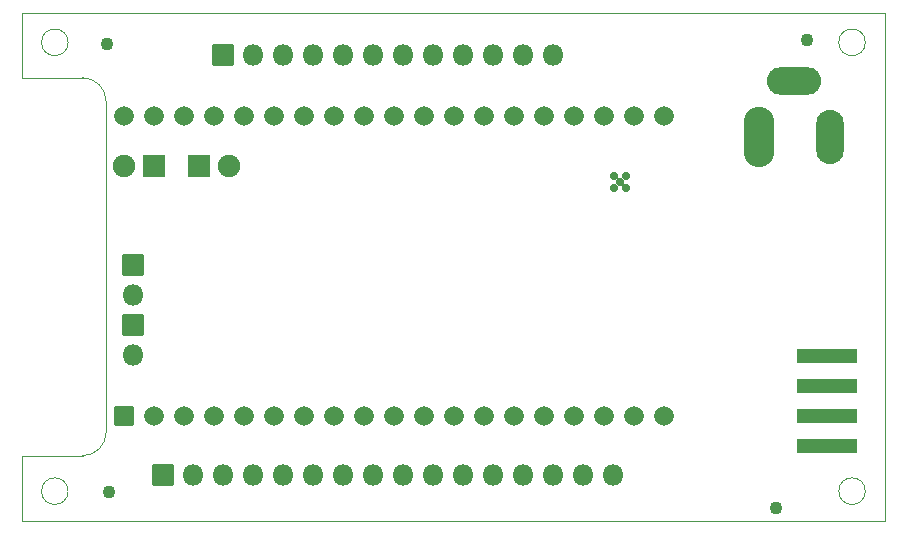
<source format=gbr>
G04 #@! TF.GenerationSoftware,KiCad,Pcbnew,5.99.0-unknown-308ab8caf~106~ubuntu18.04.1*
G04 #@! TF.CreationDate,2020-12-14T20:09:44-08:00*
G04 #@! TF.ProjectId,signal-board,7369676e-616c-42d6-926f-6172642e6b69,rev?*
G04 #@! TF.SameCoordinates,Original*
G04 #@! TF.FileFunction,Soldermask,Top*
G04 #@! TF.FilePolarity,Negative*
%FSLAX46Y46*%
G04 Gerber Fmt 4.6, Leading zero omitted, Abs format (unit mm)*
G04 Created by KiCad (PCBNEW 5.99.0-unknown-308ab8caf~106~ubuntu18.04.1) date 2020-12-14 20:09:44*
%MOMM*%
%LPD*%
G01*
G04 APERTURE LIST*
G04 Aperture macros list*
%AMRoundRect*
0 Rectangle with rounded corners*
0 $1 Rounding radius*
0 $2 $3 $4 $5 $6 $7 $8 $9 X,Y pos of 4 corners*
0 Add a 4 corners polygon primitive as box body*
4,1,4,$2,$3,$4,$5,$6,$7,$8,$9,$2,$3,0*
0 Add four circle primitives for the rounded corners*
1,1,$1+$1,$2,$3,0*
1,1,$1+$1,$4,$5,0*
1,1,$1+$1,$6,$7,0*
1,1,$1+$1,$8,$9,0*
0 Add four rect primitives between the rounded corners*
20,1,$1+$1,$2,$3,$4,$5,0*
20,1,$1+$1,$4,$5,$6,$7,0*
20,1,$1+$1,$6,$7,$8,$9,0*
20,1,$1+$1,$8,$9,$2,$3,0*%
G04 Aperture macros list end*
G04 #@! TA.AperFunction,Profile*
%ADD10C,0.100000*%
G04 #@! TD*
G04 #@! TA.AperFunction,Profile*
%ADD11C,0.120000*%
G04 #@! TD*
%ADD12RoundRect,0.050800X0.850000X-0.850000X0.850000X0.850000X-0.850000X0.850000X-0.850000X-0.850000X0*%
%ADD13O,1.801600X1.801600*%
%ADD14O,2.601600X5.101600*%
%ADD15O,2.351600X4.601600*%
%ADD16O,4.601600X2.351600*%
%ADD17C,1.101600*%
%ADD18RoundRect,0.050800X-2.500000X-0.500000X2.500000X-0.500000X2.500000X0.500000X-2.500000X0.500000X0*%
%ADD19RoundRect,0.050800X0.780000X-0.780000X0.780000X0.780000X-0.780000X0.780000X-0.780000X-0.780000X0*%
%ADD20C,1.661600*%
%ADD21RoundRect,0.050800X-0.900000X-0.900000X0.900000X-0.900000X0.900000X0.900000X-0.900000X0.900000X0*%
%ADD22C,1.901600*%
%ADD23RoundRect,0.050800X0.900000X0.900000X-0.900000X0.900000X-0.900000X-0.900000X0.900000X-0.900000X0*%
%ADD24RoundRect,0.050800X0.850000X0.850000X-0.850000X0.850000X-0.850000X-0.850000X0.850000X-0.850000X0*%
%ADD25C,0.701600*%
G04 APERTURE END LIST*
D10*
X170300000Y-141000000D02*
X170300000Y-98000000D01*
X170300000Y-141000000D02*
X97300000Y-141000000D01*
X97300000Y-135500000D02*
X97300000Y-141000000D01*
X104400000Y-133500000D02*
G75*
G02*
X102400000Y-135500000I-2000000J0D01*
G01*
X104400000Y-133500000D02*
X104400000Y-105500000D01*
X97300000Y-98000000D02*
X97300000Y-103500000D01*
D11*
X101175000Y-138500000D02*
G75*
G03*
X101175000Y-138500000I-1125000J0D01*
G01*
D10*
X102400000Y-103500000D02*
G75*
G02*
X104400000Y-105500000I0J-2000000D01*
G01*
D11*
X101175000Y-100500000D02*
G75*
G03*
X101175000Y-100500000I-1125000J0D01*
G01*
X97300000Y-98000000D02*
X170300000Y-98000000D01*
X168675000Y-138500000D02*
G75*
G03*
X168675000Y-138500000I-1125000J0D01*
G01*
D10*
X102400000Y-135500000D02*
X97300000Y-135500000D01*
D11*
X168675000Y-100500000D02*
G75*
G03*
X168675000Y-100500000I-1125000J0D01*
G01*
D10*
X102400000Y-103500000D02*
X97300000Y-103500000D01*
X170300000Y-141000000D02*
X170300000Y-98000000D01*
X170300000Y-141000000D02*
X97300000Y-141000000D01*
X97300000Y-135500000D02*
X97300000Y-141000000D01*
X104400000Y-133500000D02*
G75*
G02*
X102400000Y-135500000I-2000000J0D01*
G01*
X104400000Y-133500000D02*
X104400000Y-105500000D01*
X97300000Y-98000000D02*
X97300000Y-103500000D01*
D11*
X101175000Y-138500000D02*
G75*
G03*
X101175000Y-138500000I-1125000J0D01*
G01*
D10*
X102400000Y-103500000D02*
G75*
G02*
X104400000Y-105500000I0J-2000000D01*
G01*
D11*
X101175000Y-100500000D02*
G75*
G03*
X101175000Y-100500000I-1125000J0D01*
G01*
X97300000Y-98000000D02*
X170300000Y-98000000D01*
X168675000Y-138500000D02*
G75*
G03*
X168675000Y-138500000I-1125000J0D01*
G01*
D10*
X102400000Y-135500000D02*
X97300000Y-135500000D01*
D11*
X168675000Y-100500000D02*
G75*
G03*
X168675000Y-100500000I-1125000J0D01*
G01*
D10*
X102400000Y-103500000D02*
X97300000Y-103500000D01*
D12*
G04 #@! TO.C,J4*
X109220000Y-137160000D03*
D13*
X111760000Y-137160000D03*
X114300000Y-137160000D03*
X116840000Y-137160000D03*
X119380000Y-137160000D03*
X121920000Y-137160000D03*
X124460000Y-137160000D03*
X127000000Y-137160000D03*
X129540000Y-137160000D03*
X132080000Y-137160000D03*
X134620000Y-137160000D03*
X137160000Y-137160000D03*
X139700000Y-137160000D03*
X142240000Y-137160000D03*
X144780000Y-137160000D03*
X147320000Y-137160000D03*
G04 #@! TD*
D14*
G04 #@! TO.C,J1*
X159675000Y-108475000D03*
D15*
X165675000Y-108475000D03*
D16*
X162675000Y-103775000D03*
G04 #@! TD*
D12*
G04 #@! TO.C,J2*
X114300000Y-101600000D03*
D13*
X116840000Y-101600000D03*
X119380000Y-101600000D03*
X121920000Y-101600000D03*
X124460000Y-101600000D03*
X127000000Y-101600000D03*
X129540000Y-101600000D03*
X132080000Y-101600000D03*
X134620000Y-101600000D03*
X137160000Y-101600000D03*
X139700000Y-101600000D03*
X142240000Y-101600000D03*
G04 #@! TD*
D17*
G04 #@! TO.C,TP_GND1*
X104450000Y-100600000D03*
G04 #@! TD*
G04 #@! TO.C,TP_GND6*
X163728400Y-100304600D03*
G04 #@! TD*
G04 #@! TO.C,TP_GND2*
X104673400Y-138607800D03*
G04 #@! TD*
D18*
G04 #@! TO.C,J3*
X165430200Y-127076200D03*
X165430200Y-129616200D03*
X165430200Y-132156200D03*
X165430200Y-134696200D03*
G04 #@! TD*
D19*
G04 #@! TO.C,U2*
X105890000Y-132100000D03*
D20*
X108430000Y-132100000D03*
X110970000Y-132100000D03*
X113510000Y-132100000D03*
X116050000Y-132100000D03*
X118590000Y-132100000D03*
X121130000Y-132100000D03*
X123670000Y-132100000D03*
X126210000Y-132100000D03*
X128750000Y-132100000D03*
X131290000Y-132100000D03*
X133830000Y-132100000D03*
X136370000Y-132100000D03*
X138910000Y-132100000D03*
X141450000Y-132100000D03*
X143990000Y-132100000D03*
X146530000Y-132100000D03*
X149070000Y-132100000D03*
X151610000Y-132100000D03*
X105890000Y-106700000D03*
X108430000Y-106700000D03*
X110970000Y-106700000D03*
X113510000Y-106700000D03*
X116050000Y-106700000D03*
X118590000Y-106700000D03*
X121130000Y-106700000D03*
X123670000Y-106700000D03*
X126210000Y-106700000D03*
X128750000Y-106700000D03*
X131290000Y-106700000D03*
X133830000Y-106700000D03*
X136370000Y-106700000D03*
X138910000Y-106700000D03*
X141450000Y-106700000D03*
X143990000Y-106700000D03*
X146530000Y-106700000D03*
X149070000Y-106700000D03*
X151610000Y-106700000D03*
G04 #@! TD*
D17*
G04 #@! TO.C,TP_GND8*
X161150000Y-139900000D03*
G04 #@! TD*
D21*
G04 #@! TO.C,D2*
X112268000Y-110998000D03*
D22*
X114808000Y-110998000D03*
G04 #@! TD*
D23*
G04 #@! TO.C,D1*
X108458000Y-110998000D03*
D22*
X105918000Y-110998000D03*
G04 #@! TD*
D24*
G04 #@! TO.C,J5*
X106680000Y-124460000D03*
D13*
X106680000Y-127000000D03*
G04 #@! TD*
D25*
G04 #@! TO.C,U1*
X147917100Y-112320600D03*
X147417100Y-112820600D03*
X148417100Y-112820600D03*
X148417100Y-111820600D03*
X147417100Y-111820600D03*
G04 #@! TD*
D24*
G04 #@! TO.C,J6*
X106680000Y-119380000D03*
D13*
X106680000Y-121920000D03*
G04 #@! TD*
G36*
X147582039Y-112403388D02*
G01*
X147608867Y-112483801D01*
X147678349Y-112574844D01*
X147773575Y-112638472D01*
X147844313Y-112657228D01*
X147845730Y-112658638D01*
X147845218Y-112660572D01*
X147843487Y-112661136D01*
X147807806Y-112655485D01*
X147771414Y-112664221D01*
X147751947Y-112695988D01*
X147751947Y-112711069D01*
X147756877Y-112742192D01*
X147756161Y-112744059D01*
X147754185Y-112744372D01*
X147752929Y-112742833D01*
X147747069Y-112707627D01*
X147692685Y-112606836D01*
X147608582Y-112529093D01*
X147515606Y-112487989D01*
X147514427Y-112486374D01*
X147515235Y-112484545D01*
X147516728Y-112484185D01*
X147526394Y-112485716D01*
X147562786Y-112476979D01*
X147582253Y-112445212D01*
X147582253Y-112430131D01*
X147578167Y-112404334D01*
X147578883Y-112402467D01*
X147580859Y-112402154D01*
X147582039Y-112403388D01*
G37*
G36*
X148258164Y-112384751D02*
G01*
X148258844Y-112386588D01*
X148251985Y-112429894D01*
X148260721Y-112466286D01*
X148292488Y-112485753D01*
X148307569Y-112485753D01*
X148345858Y-112479688D01*
X148347725Y-112480404D01*
X148348038Y-112482380D01*
X148346653Y-112483604D01*
X148278586Y-112500513D01*
X148182372Y-112562636D01*
X148111469Y-112652578D01*
X148082442Y-112735233D01*
X148080925Y-112736536D01*
X148079038Y-112735873D01*
X148078580Y-112734257D01*
X148082215Y-112711306D01*
X148073479Y-112674914D01*
X148041712Y-112655447D01*
X148026631Y-112655447D01*
X148014046Y-112657440D01*
X148012179Y-112656724D01*
X148011866Y-112654748D01*
X148012953Y-112653623D01*
X148103983Y-112615077D01*
X148189293Y-112538667D01*
X148245254Y-112438741D01*
X148254902Y-112385916D01*
X148256196Y-112384391D01*
X148258164Y-112384751D01*
G37*
G36*
X148082039Y-111903388D02*
G01*
X148108867Y-111983801D01*
X148178349Y-112074844D01*
X148273575Y-112138472D01*
X148344313Y-112157228D01*
X148345730Y-112158638D01*
X148345218Y-112160572D01*
X148343487Y-112161136D01*
X148307806Y-112155485D01*
X148271414Y-112164221D01*
X148251947Y-112195988D01*
X148251947Y-112211069D01*
X148256877Y-112242192D01*
X148256161Y-112244059D01*
X148254185Y-112244372D01*
X148252929Y-112242833D01*
X148247069Y-112207627D01*
X148192685Y-112106836D01*
X148108582Y-112029093D01*
X148015606Y-111987989D01*
X148014427Y-111986374D01*
X148015235Y-111984545D01*
X148016728Y-111984185D01*
X148026394Y-111985716D01*
X148062786Y-111976979D01*
X148082253Y-111945212D01*
X148082253Y-111930131D01*
X148078167Y-111904334D01*
X148078883Y-111902467D01*
X148080859Y-111902154D01*
X148082039Y-111903388D01*
G37*
G36*
X147758164Y-111884751D02*
G01*
X147758844Y-111886588D01*
X147751985Y-111929894D01*
X147760721Y-111966286D01*
X147792488Y-111985753D01*
X147807569Y-111985753D01*
X147845858Y-111979688D01*
X147847725Y-111980404D01*
X147848038Y-111982380D01*
X147846653Y-111983604D01*
X147778586Y-112000513D01*
X147682372Y-112062636D01*
X147611469Y-112152578D01*
X147582442Y-112235233D01*
X147580925Y-112236536D01*
X147579038Y-112235873D01*
X147578580Y-112234257D01*
X147582215Y-112211306D01*
X147573479Y-112174914D01*
X147541712Y-112155447D01*
X147526631Y-112155447D01*
X147514046Y-112157440D01*
X147512179Y-112156724D01*
X147511866Y-112154748D01*
X147512953Y-112153623D01*
X147603983Y-112115077D01*
X147689293Y-112038667D01*
X147745254Y-111938741D01*
X147754902Y-111885916D01*
X147756196Y-111884391D01*
X147758164Y-111884751D01*
G37*
M02*

</source>
